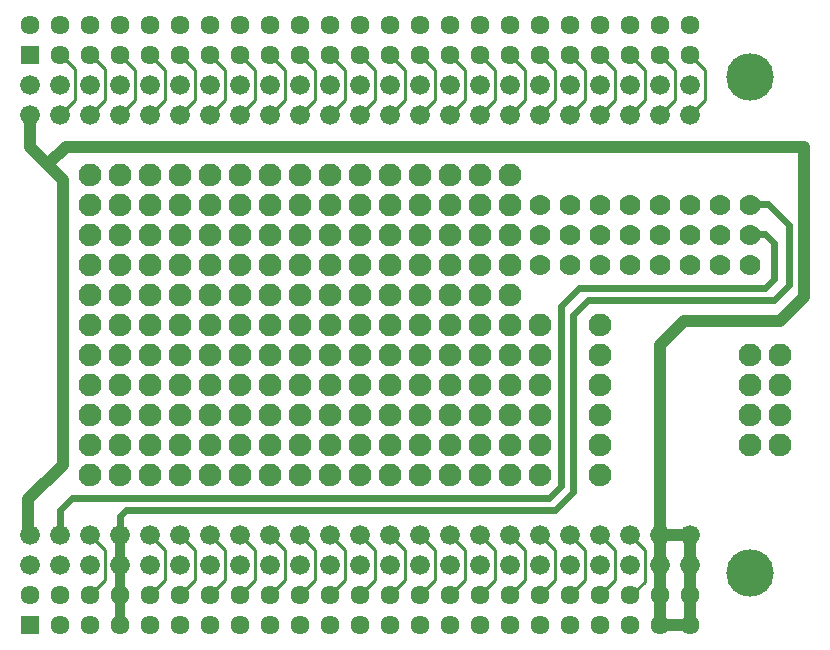
<source format=gbr>
G04 EAGLE Gerber RS-274X export*
G75*
%MOMM*%
%FSLAX34Y34*%
%LPD*%
%INBottom Copper*%
%IPPOS*%
%AMOC8*
5,1,8,0,0,1.08239X$1,22.5*%
G01*
%ADD10R,1.609600X1.609600*%
%ADD11C,1.609600*%
%ADD12C,1.676400*%
%ADD13C,1.778000*%
%ADD14C,1.930400*%
%ADD15C,4.016000*%
%ADD16C,0.254000*%
%ADD17C,0.609600*%
%ADD18C,0.812800*%
%ADD19C,1.016000*%
%ADD20C,1.108000*%


D10*
X190500Y501650D03*
D11*
X190500Y527050D03*
X215900Y501650D03*
X215900Y527050D03*
X241300Y501650D03*
X241300Y527050D03*
X266700Y501650D03*
X266700Y527050D03*
X292100Y501650D03*
X292100Y527050D03*
X317500Y501650D03*
X317500Y527050D03*
X342900Y501650D03*
X342900Y527050D03*
X368300Y501650D03*
X368300Y527050D03*
X393700Y501650D03*
X393700Y527050D03*
X419100Y501650D03*
X419100Y527050D03*
X444500Y501650D03*
X444500Y527050D03*
X469900Y501650D03*
X469900Y527050D03*
X495300Y501650D03*
X495300Y527050D03*
X520700Y501650D03*
X520700Y527050D03*
X546100Y501650D03*
X546100Y527050D03*
X571500Y501650D03*
X571500Y527050D03*
X596900Y501650D03*
X596900Y527050D03*
X622300Y501650D03*
X622300Y527050D03*
X647700Y501650D03*
X647700Y527050D03*
X673100Y501650D03*
X673100Y527050D03*
X698500Y501650D03*
X698500Y527050D03*
X723900Y501650D03*
X723900Y527050D03*
X749300Y501650D03*
X749300Y527050D03*
D10*
X190500Y19050D03*
D11*
X190500Y44450D03*
X215900Y19050D03*
X215900Y44450D03*
X241300Y19050D03*
X241300Y44450D03*
X266700Y19050D03*
X266700Y44450D03*
X292100Y19050D03*
X292100Y44450D03*
X317500Y19050D03*
X317500Y44450D03*
X342900Y19050D03*
X342900Y44450D03*
X368300Y19050D03*
X368300Y44450D03*
X393700Y19050D03*
X393700Y44450D03*
X419100Y19050D03*
X419100Y44450D03*
X444500Y19050D03*
X444500Y44450D03*
X469900Y19050D03*
X469900Y44450D03*
X495300Y19050D03*
X495300Y44450D03*
X520700Y19050D03*
X520700Y44450D03*
X546100Y19050D03*
X546100Y44450D03*
X571500Y19050D03*
X571500Y44450D03*
X596900Y19050D03*
X596900Y44450D03*
X622300Y19050D03*
X622300Y44450D03*
X647700Y19050D03*
X647700Y44450D03*
X673100Y19050D03*
X673100Y44450D03*
X698500Y19050D03*
X698500Y44450D03*
X723900Y19050D03*
X723900Y44450D03*
X749300Y19050D03*
X749300Y44450D03*
D12*
X749300Y450850D03*
X723900Y450850D03*
X698500Y450850D03*
X673100Y450850D03*
X647700Y450850D03*
X622300Y450850D03*
X596900Y450850D03*
X571500Y450850D03*
X546100Y450850D03*
X520700Y450850D03*
X495300Y450850D03*
X469900Y450850D03*
X444500Y450850D03*
X419100Y450850D03*
X393700Y450850D03*
X368300Y450850D03*
X342900Y450850D03*
X317500Y450850D03*
X292100Y450850D03*
X266700Y450850D03*
X241300Y450850D03*
X215900Y450850D03*
X190500Y450850D03*
X190500Y476250D03*
X215900Y476250D03*
X241300Y476250D03*
X266700Y476250D03*
X292100Y476250D03*
X317500Y476250D03*
X342900Y476250D03*
X368300Y476250D03*
X393700Y476250D03*
X419100Y476250D03*
X444500Y476250D03*
X469900Y476250D03*
X495300Y476250D03*
X520700Y476250D03*
X546100Y476250D03*
X571500Y476250D03*
X596900Y476250D03*
X622300Y476250D03*
X647700Y476250D03*
X673100Y476250D03*
X698500Y476250D03*
X723900Y476250D03*
X749300Y476250D03*
X749300Y69850D03*
X723900Y69850D03*
X698500Y69850D03*
X673100Y69850D03*
X647700Y69850D03*
X622300Y69850D03*
X596900Y69850D03*
X571500Y69850D03*
X546100Y69850D03*
X520700Y69850D03*
X495300Y69850D03*
X469900Y69850D03*
X444500Y69850D03*
X419100Y69850D03*
X393700Y69850D03*
X368300Y69850D03*
X342900Y69850D03*
X317500Y69850D03*
X292100Y69850D03*
X266700Y69850D03*
X241300Y69850D03*
X215900Y69850D03*
X190500Y69850D03*
X190500Y95250D03*
X215900Y95250D03*
X241300Y95250D03*
X266700Y95250D03*
X292100Y95250D03*
X317500Y95250D03*
X342900Y95250D03*
X368300Y95250D03*
X393700Y95250D03*
X419100Y95250D03*
X444500Y95250D03*
X469900Y95250D03*
X495300Y95250D03*
X520700Y95250D03*
X546100Y95250D03*
X571500Y95250D03*
X596900Y95250D03*
X622300Y95250D03*
X647700Y95250D03*
X673100Y95250D03*
X698500Y95250D03*
X723900Y95250D03*
X749300Y95250D03*
D13*
X622300Y349250D03*
X647700Y349250D03*
X673100Y349250D03*
X698500Y349250D03*
X723900Y349250D03*
X749300Y349250D03*
X774700Y349250D03*
X800100Y349250D03*
X622300Y323850D03*
X647700Y323850D03*
X673100Y323850D03*
X698500Y323850D03*
X723900Y323850D03*
X749300Y323850D03*
X774700Y323850D03*
X800100Y323850D03*
D14*
X241300Y146050D03*
X241300Y171450D03*
X241300Y196850D03*
X241300Y222250D03*
X241300Y247650D03*
X241300Y273050D03*
X241300Y298450D03*
X241300Y323850D03*
X241300Y349250D03*
X241300Y374650D03*
X241300Y400050D03*
X266700Y146050D03*
X266700Y171450D03*
X266700Y196850D03*
X266700Y222250D03*
X266700Y247650D03*
X266700Y273050D03*
X266700Y298450D03*
X266700Y323850D03*
X266700Y349250D03*
X266700Y374650D03*
X266700Y400050D03*
X292100Y146050D03*
X292100Y171450D03*
X292100Y196850D03*
X292100Y222250D03*
X292100Y247650D03*
X292100Y273050D03*
X292100Y298450D03*
X292100Y323850D03*
X292100Y349250D03*
X292100Y374650D03*
X292100Y400050D03*
X317500Y146050D03*
X317500Y171450D03*
X317500Y196850D03*
X317500Y222250D03*
X317500Y247650D03*
X317500Y273050D03*
X317500Y298450D03*
X317500Y323850D03*
X317500Y349250D03*
X317500Y374650D03*
X317500Y400050D03*
X342900Y146050D03*
X342900Y171450D03*
X342900Y196850D03*
X342900Y222250D03*
X342900Y247650D03*
X342900Y273050D03*
X342900Y298450D03*
X342900Y323850D03*
X342900Y349250D03*
X342900Y374650D03*
X342900Y400050D03*
X368300Y146050D03*
X368300Y171450D03*
X368300Y196850D03*
X368300Y222250D03*
X368300Y247650D03*
X368300Y273050D03*
X368300Y298450D03*
X368300Y323850D03*
X368300Y349250D03*
X368300Y374650D03*
X368300Y400050D03*
X393700Y146050D03*
X393700Y171450D03*
X393700Y196850D03*
X393700Y222250D03*
X393700Y247650D03*
X393700Y273050D03*
X393700Y298450D03*
X393700Y323850D03*
X393700Y349250D03*
X393700Y374650D03*
X393700Y400050D03*
X419100Y146050D03*
X419100Y171450D03*
X419100Y196850D03*
X419100Y222250D03*
X419100Y247650D03*
X419100Y273050D03*
X419100Y298450D03*
X419100Y323850D03*
X419100Y349250D03*
X419100Y374650D03*
X419100Y400050D03*
X444500Y146050D03*
X444500Y171450D03*
X444500Y196850D03*
X444500Y222250D03*
X444500Y247650D03*
X444500Y273050D03*
X444500Y298450D03*
X444500Y323850D03*
X444500Y349250D03*
X444500Y374650D03*
X444500Y400050D03*
X469900Y146050D03*
X469900Y171450D03*
X469900Y196850D03*
X469900Y222250D03*
X469900Y247650D03*
X469900Y273050D03*
X469900Y298450D03*
X469900Y323850D03*
X469900Y349250D03*
X469900Y374650D03*
X469900Y400050D03*
X495300Y146050D03*
X495300Y171450D03*
X495300Y196850D03*
X495300Y222250D03*
X495300Y247650D03*
X495300Y273050D03*
X495300Y298450D03*
X495300Y323850D03*
X495300Y349250D03*
X495300Y374650D03*
X495300Y400050D03*
X520700Y146050D03*
X520700Y171450D03*
X520700Y196850D03*
X520700Y222250D03*
X520700Y247650D03*
X520700Y273050D03*
X520700Y298450D03*
X520700Y323850D03*
X520700Y349250D03*
X520700Y374650D03*
X520700Y400050D03*
X546100Y146050D03*
X546100Y171450D03*
X546100Y196850D03*
X546100Y222250D03*
X546100Y247650D03*
X546100Y273050D03*
X546100Y298450D03*
X546100Y323850D03*
X546100Y349250D03*
X546100Y374650D03*
X546100Y400050D03*
D13*
X622300Y374650D03*
X647700Y374650D03*
X673100Y374650D03*
X698500Y374650D03*
X723900Y374650D03*
X749300Y374650D03*
X774700Y374650D03*
X800100Y374650D03*
D14*
X673100Y222250D03*
X673100Y247650D03*
X673100Y273050D03*
X673100Y146050D03*
X673100Y171450D03*
X673100Y196850D03*
X622300Y146050D03*
X622300Y171450D03*
X622300Y196850D03*
X622300Y222250D03*
X622300Y247650D03*
X622300Y273050D03*
X800100Y247650D03*
X800100Y222250D03*
X800100Y196850D03*
X800100Y171450D03*
X825500Y171450D03*
X825500Y196850D03*
X825500Y222250D03*
X825500Y247650D03*
D15*
X800500Y483000D03*
X800500Y63200D03*
D14*
X571500Y146050D03*
X571500Y171450D03*
X571500Y196850D03*
X571500Y222250D03*
X571500Y247650D03*
X571500Y273050D03*
X571500Y298450D03*
X571500Y323850D03*
X571500Y349250D03*
X571500Y374650D03*
X571500Y400050D03*
X596900Y146050D03*
X596900Y171450D03*
X596900Y196850D03*
X596900Y222250D03*
X596900Y247650D03*
X596900Y273050D03*
X596900Y298450D03*
X596900Y323850D03*
X596900Y349250D03*
X596900Y374650D03*
X596900Y400050D03*
D16*
X279400Y488950D02*
X266700Y501650D01*
X279400Y488950D02*
X279400Y463550D01*
X266700Y450850D01*
X304800Y488950D02*
X292100Y501650D01*
X304800Y488950D02*
X304800Y463550D01*
X292100Y450850D01*
X330200Y488950D02*
X317500Y501650D01*
X330200Y488950D02*
X330200Y463550D01*
X317500Y450850D01*
X355600Y488950D02*
X342900Y501650D01*
X355600Y488950D02*
X355600Y463550D01*
X342900Y450850D01*
X381000Y488950D02*
X368300Y501650D01*
X381000Y488950D02*
X381000Y463550D01*
X368300Y450850D01*
X406400Y488950D02*
X393700Y501650D01*
X406400Y488950D02*
X406400Y463550D01*
X393700Y450850D01*
X431800Y488950D02*
X419100Y501650D01*
X431800Y488950D02*
X431800Y463550D01*
X419100Y450850D01*
X457200Y488950D02*
X444500Y501650D01*
X457200Y488950D02*
X457200Y463550D01*
X444500Y450850D01*
X482600Y488950D02*
X469900Y501650D01*
X482600Y488950D02*
X482600Y463550D01*
X469900Y450850D01*
X508000Y488950D02*
X495300Y501650D01*
X508000Y488950D02*
X508000Y463550D01*
X495300Y450850D01*
X533400Y488950D02*
X520700Y501650D01*
X533400Y488950D02*
X533400Y463550D01*
X520700Y450850D01*
X558800Y488950D02*
X546100Y501650D01*
X558800Y488950D02*
X558800Y463550D01*
X546100Y450850D01*
X584200Y488950D02*
X571500Y501650D01*
X584200Y488950D02*
X584200Y463550D01*
X571500Y450850D01*
X609600Y488950D02*
X596900Y501650D01*
X609600Y488950D02*
X609600Y463550D01*
X596900Y450850D01*
X635000Y488950D02*
X622300Y501650D01*
X635000Y488950D02*
X635000Y463550D01*
X622300Y450850D01*
X660400Y488950D02*
X647700Y501650D01*
X660400Y488950D02*
X660400Y463550D01*
X647700Y450850D01*
X698500Y501650D02*
X711200Y488950D01*
X711200Y463550D01*
X698500Y450850D01*
X736600Y488950D02*
X723900Y501650D01*
X736600Y488950D02*
X736600Y463550D01*
X723900Y450850D01*
X762000Y488950D02*
X749300Y501650D01*
X762000Y488950D02*
X762000Y463550D01*
X749300Y450850D01*
X254000Y82550D02*
X241300Y95250D01*
X254000Y82550D02*
X254000Y57150D01*
X241300Y44450D01*
X292100Y95250D02*
X304800Y82550D01*
X304800Y57150D01*
X292100Y44450D01*
X330200Y82550D02*
X317500Y95250D01*
X330200Y82550D02*
X330200Y57150D01*
X317500Y44450D01*
X355600Y82550D02*
X342900Y95250D01*
X355600Y82550D02*
X355600Y57150D01*
X342900Y44450D01*
X381000Y82550D02*
X368300Y95250D01*
X381000Y82550D02*
X381000Y57150D01*
X368300Y44450D01*
X406400Y82550D02*
X393700Y95250D01*
X406400Y82550D02*
X406400Y57150D01*
X393700Y44450D01*
X431800Y82550D02*
X419100Y95250D01*
X431800Y82550D02*
X431800Y57150D01*
X419100Y44450D01*
X457200Y82550D02*
X444500Y95250D01*
X457200Y82550D02*
X457200Y57150D01*
X444500Y44450D01*
X482600Y82550D02*
X469900Y95250D01*
X482600Y82550D02*
X482600Y57150D01*
X469900Y44450D01*
X508000Y82550D02*
X495300Y95250D01*
X508000Y82550D02*
X508000Y57150D01*
X495300Y44450D01*
X533400Y82550D02*
X520700Y95250D01*
X533400Y82550D02*
X533400Y57150D01*
X520700Y44450D01*
X558800Y82550D02*
X546100Y95250D01*
X558800Y82550D02*
X558800Y57150D01*
X546100Y44450D01*
X584200Y82550D02*
X571500Y95250D01*
X584200Y82550D02*
X584200Y57150D01*
X571500Y44450D01*
X609600Y82550D02*
X596900Y95250D01*
X609600Y82550D02*
X609600Y57150D01*
X596900Y44450D01*
X635000Y82550D02*
X622300Y95250D01*
X635000Y82550D02*
X635000Y57150D01*
X622300Y44450D01*
X660400Y82550D02*
X647700Y95250D01*
X660400Y82550D02*
X660400Y57150D01*
X647700Y44450D01*
X685800Y82550D02*
X673100Y95250D01*
X685800Y82550D02*
X685800Y57150D01*
X673100Y44450D01*
X685800Y488950D02*
X673100Y501650D01*
X685800Y488950D02*
X685800Y463550D01*
X673100Y450850D01*
D17*
X266700Y111760D02*
X266700Y95250D01*
X266700Y111760D02*
X271780Y116840D01*
X635000Y116840D01*
X650240Y132080D01*
X650240Y281940D01*
X662940Y294640D01*
X820420Y294640D01*
X833120Y307340D01*
X833120Y358140D01*
X815340Y375920D01*
X801370Y375920D01*
X800100Y374650D01*
D18*
X266700Y44450D02*
X266700Y19050D01*
X266700Y44450D02*
X266700Y69850D01*
X266700Y95250D01*
D17*
X215900Y95250D02*
X215900Y116840D01*
X226060Y127000D01*
X629920Y127000D01*
X640080Y137160D01*
X640080Y289560D01*
X655320Y304800D01*
X812800Y304800D01*
X820420Y312420D01*
X820420Y342900D01*
X812800Y350520D01*
X801370Y350520D01*
X800100Y349250D01*
D19*
X190500Y95250D02*
X189230Y96520D01*
X749300Y44450D02*
X749300Y19050D01*
X749300Y44450D02*
X749300Y69850D01*
X723900Y44450D02*
X723900Y19050D01*
X723900Y44450D02*
X723900Y69850D01*
X723900Y95250D01*
X749300Y95250D01*
X189230Y96520D02*
X189230Y125730D01*
X218440Y154940D01*
X218440Y396240D01*
X190500Y424180D02*
X190500Y450850D01*
X207010Y407670D02*
X218440Y396240D01*
X207010Y407670D02*
X190500Y424180D01*
X723900Y19050D02*
X749300Y19050D01*
X207010Y407670D02*
X207010Y410210D01*
X220980Y424180D01*
X621030Y322580D02*
X622300Y323850D01*
X845820Y323850D02*
X845820Y297180D01*
X845820Y424180D02*
X220980Y424180D01*
X845820Y424180D02*
X845820Y323850D01*
X723900Y256540D02*
X723900Y95250D01*
X723900Y256540D02*
X744220Y276860D01*
X825500Y276860D01*
X845820Y297180D01*
X749300Y95250D02*
X749300Y69850D01*
D20*
X845820Y323850D03*
D16*
X217170Y501650D02*
X215900Y501650D01*
X217170Y501650D02*
X228600Y490220D01*
X228600Y463550D01*
X215900Y450850D01*
X241300Y501650D02*
X242570Y501650D01*
X254000Y490220D01*
X254000Y463550D01*
X241300Y450850D01*
X698500Y44450D02*
X699770Y44450D01*
X711200Y55880D01*
X711200Y82550D01*
X698500Y95250D01*
M02*

</source>
